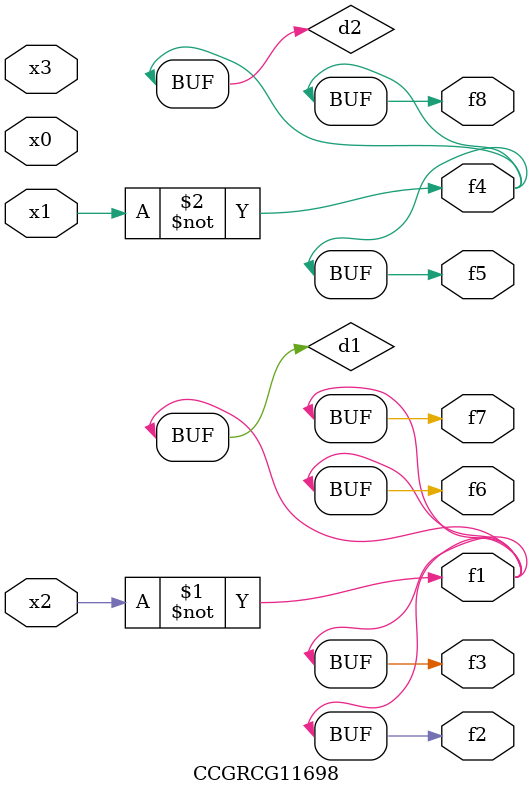
<source format=v>
module CCGRCG11698(
	input x0, x1, x2, x3,
	output f1, f2, f3, f4, f5, f6, f7, f8
);

	wire d1, d2;

	xnor (d1, x2);
	not (d2, x1);
	assign f1 = d1;
	assign f2 = d1;
	assign f3 = d1;
	assign f4 = d2;
	assign f5 = d2;
	assign f6 = d1;
	assign f7 = d1;
	assign f8 = d2;
endmodule

</source>
